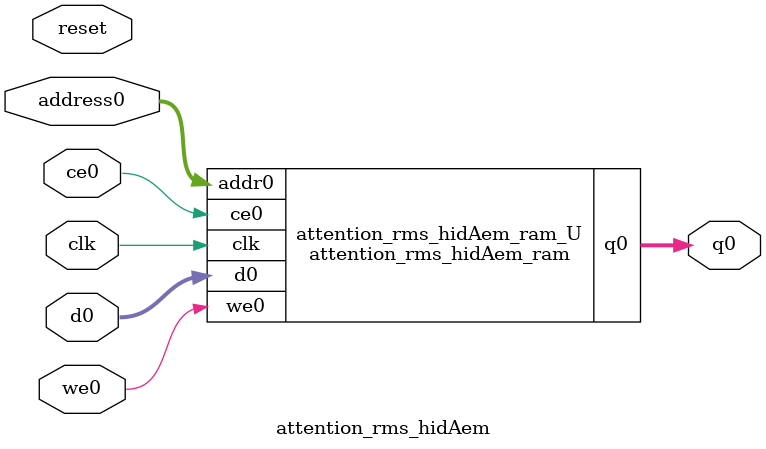
<source format=v>
`timescale 1 ns / 1 ps
module attention_rms_hidAem_ram (addr0, ce0, d0, we0, q0,  clk);

parameter DWIDTH = 32;
parameter AWIDTH = 11;
parameter MEM_SIZE = 1536;

input[AWIDTH-1:0] addr0;
input ce0;
input[DWIDTH-1:0] d0;
input we0;
output reg[DWIDTH-1:0] q0;
input clk;

(* ram_style = "block" *)reg [DWIDTH-1:0] ram[0:MEM_SIZE-1];




always @(posedge clk)  
begin 
    if (ce0) begin
        if (we0) 
            ram[addr0] <= d0; 
        q0 <= ram[addr0];
    end
end


endmodule

`timescale 1 ns / 1 ps
module attention_rms_hidAem(
    reset,
    clk,
    address0,
    ce0,
    we0,
    d0,
    q0);

parameter DataWidth = 32'd32;
parameter AddressRange = 32'd1536;
parameter AddressWidth = 32'd11;
input reset;
input clk;
input[AddressWidth - 1:0] address0;
input ce0;
input we0;
input[DataWidth - 1:0] d0;
output[DataWidth - 1:0] q0;



attention_rms_hidAem_ram attention_rms_hidAem_ram_U(
    .clk( clk ),
    .addr0( address0 ),
    .ce0( ce0 ),
    .we0( we0 ),
    .d0( d0 ),
    .q0( q0 ));

endmodule


</source>
